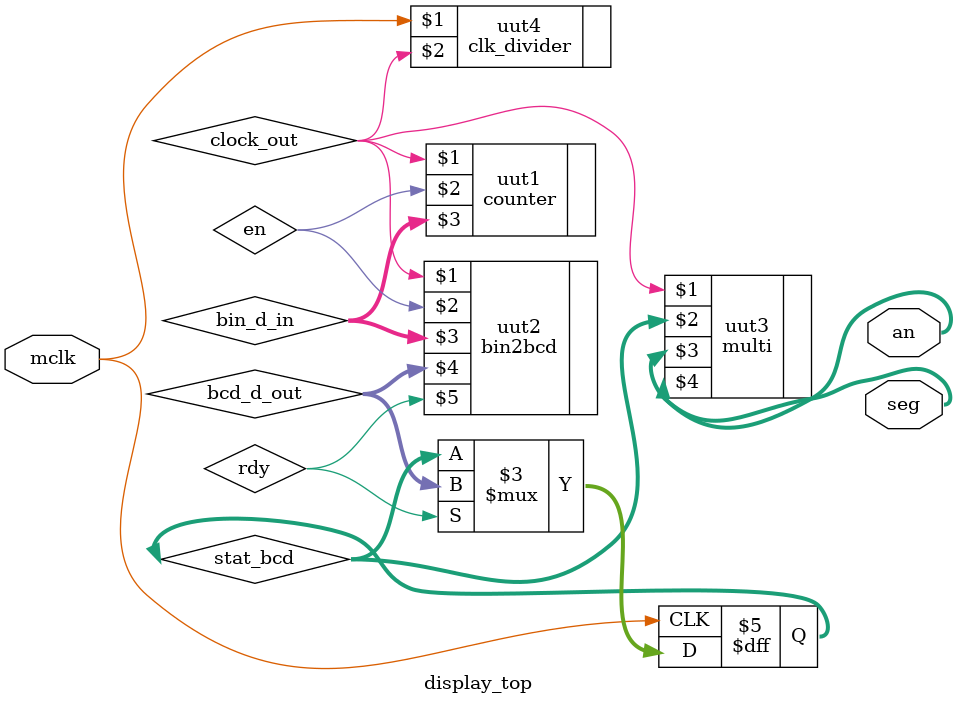
<source format=v>
`timescale 1ns / 1ps

module display_top(

input mclk,
output wire [6:0] seg,
output wire [3:0] an);


 reg [15:0] stat_bcd = 16'b0;
 
 wire en;
 wire [11:0] bin_d_in;
 wire [15:0] bcd_d_out;
 wire rdy;
 wire clock_out;
 
 counter uut1(clock_out,en,bin_d_in);
 bin2bcd uut2(clock_out, en,bin_d_in,bcd_d_out,rdy);
 multi uut3(clock_out,stat_bcd,an, seg);
 clk_divider uut4(mclk,clock_out);
 
 always @(posedge mclk)
    begin
    if(rdy)
       begin
       stat_bcd<=bcd_d_out;
       end
     end
   
endmodule

</source>
